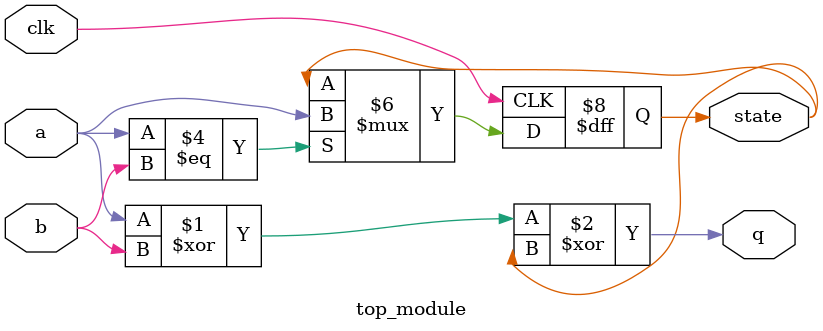
<source format=v>
module top_module (
    input clk,
    input a,
    input b,
    output q,
    output reg state  );
	
    assign q = a ^ b ^ state;
    
    always@(posedge clk)
        begin
            if(a==b)
                state <= a;
            else
                state <= state;
        end
    
endmodule
</source>
